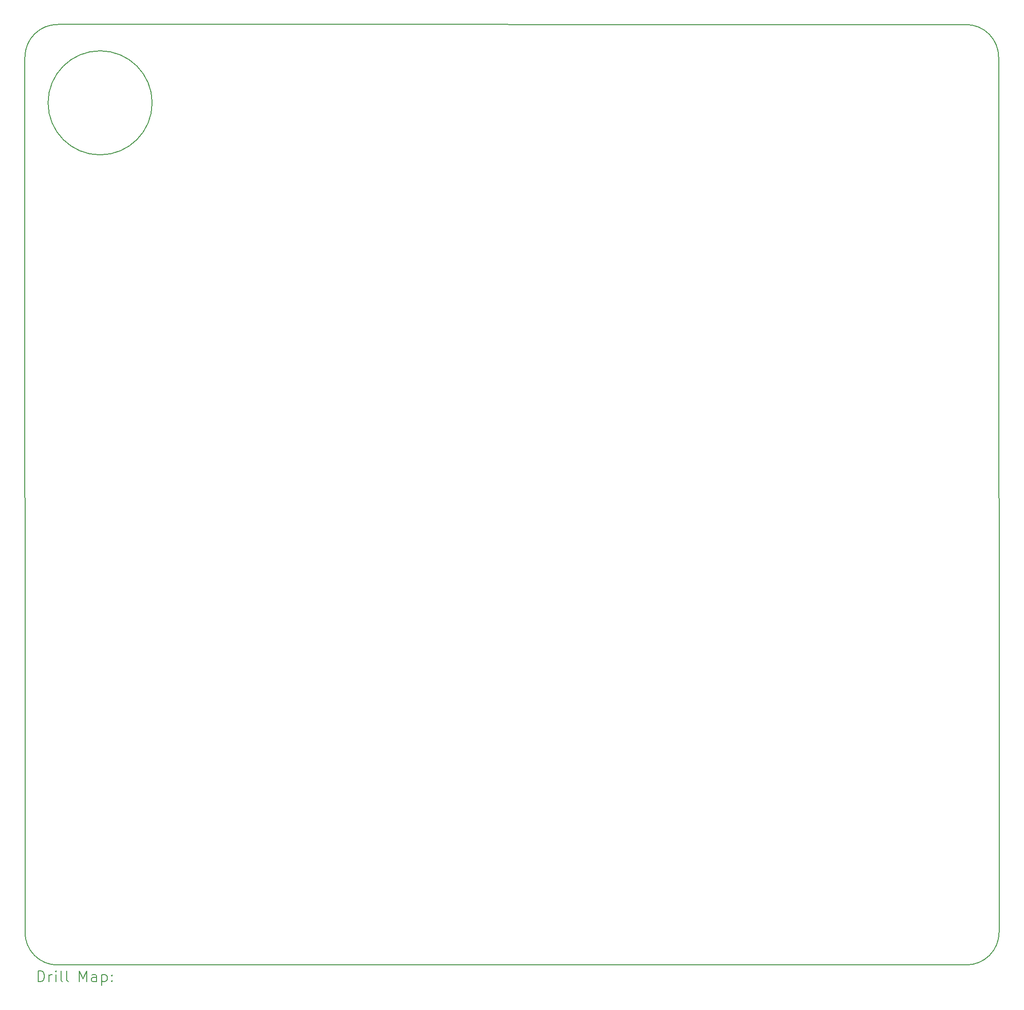
<source format=gbr>
%TF.GenerationSoftware,KiCad,Pcbnew,(7.0.0)*%
%TF.CreationDate,2023-05-29T22:26:37+03:00*%
%TF.ProjectId,Africa PCB,41667269-6361-4205-9043-422e6b696361,rev?*%
%TF.SameCoordinates,Original*%
%TF.FileFunction,Drillmap*%
%TF.FilePolarity,Positive*%
%FSLAX45Y45*%
G04 Gerber Fmt 4.5, Leading zero omitted, Abs format (unit mm)*
G04 Created by KiCad (PCBNEW (7.0.0)) date 2023-05-29 22:26:37*
%MOMM*%
%LPD*%
G01*
G04 APERTURE LIST*
%ADD10C,0.200000*%
G04 APERTURE END LIST*
D10*
X4675136Y-2837500D02*
G75*
G03*
X4675136Y-2837500I-945136J0D01*
G01*
X2963422Y-1413739D02*
X19452500Y-1415000D01*
X2963422Y-1413739D02*
G75*
G03*
X2365354Y-2006260I-5522J-592521D01*
G01*
X20045024Y-2013068D02*
G75*
G03*
X19452500Y-1415000I-592524J5518D01*
G01*
X2366240Y-17901578D02*
X2365354Y-2006260D01*
X19454979Y-18497500D02*
X2958760Y-18499646D01*
X2366239Y-17901578D02*
G75*
G03*
X2958760Y-18499646I592521J-5522D01*
G01*
X19454979Y-18497501D02*
G75*
G03*
X20053047Y-17904979I5521J592521D01*
G01*
X20045021Y-2013068D02*
X20053047Y-17904979D01*
X2602973Y-18803122D02*
X2602973Y-18603122D01*
X2602973Y-18603122D02*
X2650592Y-18603122D01*
X2650592Y-18603122D02*
X2679163Y-18612646D01*
X2679163Y-18612646D02*
X2698211Y-18631694D01*
X2698211Y-18631694D02*
X2707735Y-18650742D01*
X2707735Y-18650742D02*
X2717258Y-18688837D01*
X2717258Y-18688837D02*
X2717258Y-18717408D01*
X2717258Y-18717408D02*
X2707735Y-18755503D01*
X2707735Y-18755503D02*
X2698211Y-18774551D01*
X2698211Y-18774551D02*
X2679163Y-18793599D01*
X2679163Y-18793599D02*
X2650592Y-18803122D01*
X2650592Y-18803122D02*
X2602973Y-18803122D01*
X2802973Y-18803122D02*
X2802973Y-18669789D01*
X2802973Y-18707884D02*
X2812496Y-18688837D01*
X2812496Y-18688837D02*
X2822020Y-18679313D01*
X2822020Y-18679313D02*
X2841068Y-18669789D01*
X2841068Y-18669789D02*
X2860116Y-18669789D01*
X2926782Y-18803122D02*
X2926782Y-18669789D01*
X2926782Y-18603122D02*
X2917258Y-18612646D01*
X2917258Y-18612646D02*
X2926782Y-18622170D01*
X2926782Y-18622170D02*
X2936306Y-18612646D01*
X2936306Y-18612646D02*
X2926782Y-18603122D01*
X2926782Y-18603122D02*
X2926782Y-18622170D01*
X3050592Y-18803122D02*
X3031544Y-18793599D01*
X3031544Y-18793599D02*
X3022020Y-18774551D01*
X3022020Y-18774551D02*
X3022020Y-18603122D01*
X3155354Y-18803122D02*
X3136306Y-18793599D01*
X3136306Y-18793599D02*
X3126782Y-18774551D01*
X3126782Y-18774551D02*
X3126782Y-18603122D01*
X3351544Y-18803122D02*
X3351544Y-18603122D01*
X3351544Y-18603122D02*
X3418211Y-18745980D01*
X3418211Y-18745980D02*
X3484877Y-18603122D01*
X3484877Y-18603122D02*
X3484877Y-18803122D01*
X3665830Y-18803122D02*
X3665830Y-18698361D01*
X3665830Y-18698361D02*
X3656306Y-18679313D01*
X3656306Y-18679313D02*
X3637258Y-18669789D01*
X3637258Y-18669789D02*
X3599163Y-18669789D01*
X3599163Y-18669789D02*
X3580115Y-18679313D01*
X3665830Y-18793599D02*
X3646782Y-18803122D01*
X3646782Y-18803122D02*
X3599163Y-18803122D01*
X3599163Y-18803122D02*
X3580115Y-18793599D01*
X3580115Y-18793599D02*
X3570592Y-18774551D01*
X3570592Y-18774551D02*
X3570592Y-18755503D01*
X3570592Y-18755503D02*
X3580115Y-18736456D01*
X3580115Y-18736456D02*
X3599163Y-18726932D01*
X3599163Y-18726932D02*
X3646782Y-18726932D01*
X3646782Y-18726932D02*
X3665830Y-18717408D01*
X3761068Y-18669789D02*
X3761068Y-18869789D01*
X3761068Y-18679313D02*
X3780115Y-18669789D01*
X3780115Y-18669789D02*
X3818211Y-18669789D01*
X3818211Y-18669789D02*
X3837258Y-18679313D01*
X3837258Y-18679313D02*
X3846782Y-18688837D01*
X3846782Y-18688837D02*
X3856306Y-18707884D01*
X3856306Y-18707884D02*
X3856306Y-18765027D01*
X3856306Y-18765027D02*
X3846782Y-18784075D01*
X3846782Y-18784075D02*
X3837258Y-18793599D01*
X3837258Y-18793599D02*
X3818211Y-18803122D01*
X3818211Y-18803122D02*
X3780115Y-18803122D01*
X3780115Y-18803122D02*
X3761068Y-18793599D01*
X3942020Y-18784075D02*
X3951544Y-18793599D01*
X3951544Y-18793599D02*
X3942020Y-18803122D01*
X3942020Y-18803122D02*
X3932496Y-18793599D01*
X3932496Y-18793599D02*
X3942020Y-18784075D01*
X3942020Y-18784075D02*
X3942020Y-18803122D01*
X3942020Y-18679313D02*
X3951544Y-18688837D01*
X3951544Y-18688837D02*
X3942020Y-18698361D01*
X3942020Y-18698361D02*
X3932496Y-18688837D01*
X3932496Y-18688837D02*
X3942020Y-18679313D01*
X3942020Y-18679313D02*
X3942020Y-18698361D01*
M02*

</source>
